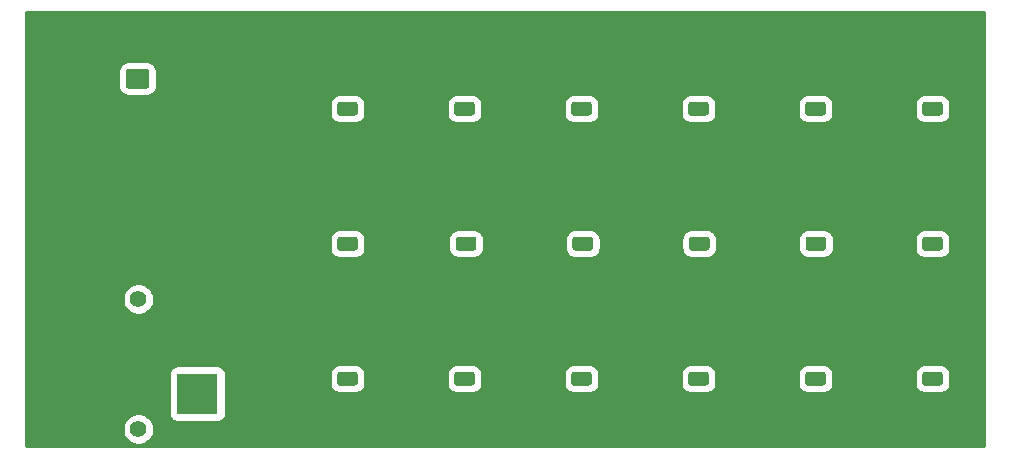
<source format=gbr>
%TF.GenerationSoftware,KiCad,Pcbnew,(5.1.9)-1*%
%TF.CreationDate,2021-10-16T11:47:39+01:00*%
%TF.ProjectId,1S-parallel-board,31532d70-6172-4616-9c6c-656c2d626f61,rev?*%
%TF.SameCoordinates,Original*%
%TF.FileFunction,Copper,L1,Top*%
%TF.FilePolarity,Positive*%
%FSLAX46Y46*%
G04 Gerber Fmt 4.6, Leading zero omitted, Abs format (unit mm)*
G04 Created by KiCad (PCBNEW (5.1.9)-1) date 2021-10-16 11:47:39*
%MOMM*%
%LPD*%
G01*
G04 APERTURE LIST*
%TA.AperFunction,ComponentPad*%
%ADD10O,2.000000X1.700000*%
%TD*%
%TA.AperFunction,ComponentPad*%
%ADD11O,1.750000X1.200000*%
%TD*%
%TA.AperFunction,ComponentPad*%
%ADD12C,3.500000*%
%TD*%
%TA.AperFunction,ComponentPad*%
%ADD13R,3.500000X3.500000*%
%TD*%
%TA.AperFunction,ComponentPad*%
%ADD14C,1.400000*%
%TD*%
%TA.AperFunction,Conductor*%
%ADD15C,0.254000*%
%TD*%
%TA.AperFunction,Conductor*%
%ADD16C,0.100000*%
%TD*%
G04 APERTURE END LIST*
D10*
%TO.P,J20,2*%
%TO.N,VCC*%
X86360000Y-102830000D03*
%TO.P,J20,1*%
%TO.N,GND*%
%TA.AperFunction,ComponentPad*%
G36*
G01*
X85610000Y-99480000D02*
X87110000Y-99480000D01*
G75*
G02*
X87360000Y-99730000I0J-250000D01*
G01*
X87360000Y-100930000D01*
G75*
G02*
X87110000Y-101180000I-250000J0D01*
G01*
X85610000Y-101180000D01*
G75*
G02*
X85360000Y-100930000I0J250000D01*
G01*
X85360000Y-99730000D01*
G75*
G02*
X85610000Y-99480000I250000J0D01*
G01*
G37*
%TD.AperFunction*%
%TD*%
D11*
%TO.P,J18,2*%
%TO.N,VCC*%
X133858000Y-123730000D03*
%TO.P,J18,1*%
%TO.N,GND*%
%TA.AperFunction,ComponentPad*%
G36*
G01*
X134483001Y-126330000D02*
X133232999Y-126330000D01*
G75*
G02*
X132983000Y-126080001I0J249999D01*
G01*
X132983000Y-125379999D01*
G75*
G02*
X133232999Y-125130000I249999J0D01*
G01*
X134483001Y-125130000D01*
G75*
G02*
X134733000Y-125379999I0J-249999D01*
G01*
X134733000Y-126080001D01*
G75*
G02*
X134483001Y-126330000I-249999J0D01*
G01*
G37*
%TD.AperFunction*%
%TD*%
%TO.P,J17,2*%
%TO.N,VCC*%
X153670000Y-123730000D03*
%TO.P,J17,1*%
%TO.N,GND*%
%TA.AperFunction,ComponentPad*%
G36*
G01*
X154295001Y-126330000D02*
X153044999Y-126330000D01*
G75*
G02*
X152795000Y-126080001I0J249999D01*
G01*
X152795000Y-125379999D01*
G75*
G02*
X153044999Y-125130000I249999J0D01*
G01*
X154295001Y-125130000D01*
G75*
G02*
X154545000Y-125379999I0J-249999D01*
G01*
X154545000Y-126080001D01*
G75*
G02*
X154295001Y-126330000I-249999J0D01*
G01*
G37*
%TD.AperFunction*%
%TD*%
%TO.P,J16,2*%
%TO.N,VCC*%
X143764000Y-123730000D03*
%TO.P,J16,1*%
%TO.N,GND*%
%TA.AperFunction,ComponentPad*%
G36*
G01*
X144389001Y-126330000D02*
X143138999Y-126330000D01*
G75*
G02*
X142889000Y-126080001I0J249999D01*
G01*
X142889000Y-125379999D01*
G75*
G02*
X143138999Y-125130000I249999J0D01*
G01*
X144389001Y-125130000D01*
G75*
G02*
X144639000Y-125379999I0J-249999D01*
G01*
X144639000Y-126080001D01*
G75*
G02*
X144389001Y-126330000I-249999J0D01*
G01*
G37*
%TD.AperFunction*%
%TD*%
%TO.P,J15,2*%
%TO.N,VCC*%
X123952000Y-123730000D03*
%TO.P,J15,1*%
%TO.N,GND*%
%TA.AperFunction,ComponentPad*%
G36*
G01*
X124577001Y-126330000D02*
X123326999Y-126330000D01*
G75*
G02*
X123077000Y-126080001I0J249999D01*
G01*
X123077000Y-125379999D01*
G75*
G02*
X123326999Y-125130000I249999J0D01*
G01*
X124577001Y-125130000D01*
G75*
G02*
X124827000Y-125379999I0J-249999D01*
G01*
X124827000Y-126080001D01*
G75*
G02*
X124577001Y-126330000I-249999J0D01*
G01*
G37*
%TD.AperFunction*%
%TD*%
%TO.P,J14,2*%
%TO.N,VCC*%
X114046000Y-123730000D03*
%TO.P,J14,1*%
%TO.N,GND*%
%TA.AperFunction,ComponentPad*%
G36*
G01*
X114671001Y-126330000D02*
X113420999Y-126330000D01*
G75*
G02*
X113171000Y-126080001I0J249999D01*
G01*
X113171000Y-125379999D01*
G75*
G02*
X113420999Y-125130000I249999J0D01*
G01*
X114671001Y-125130000D01*
G75*
G02*
X114921000Y-125379999I0J-249999D01*
G01*
X114921000Y-126080001D01*
G75*
G02*
X114671001Y-126330000I-249999J0D01*
G01*
G37*
%TD.AperFunction*%
%TD*%
%TO.P,J13,2*%
%TO.N,VCC*%
X104140000Y-123730000D03*
%TO.P,J13,1*%
%TO.N,GND*%
%TA.AperFunction,ComponentPad*%
G36*
G01*
X104765001Y-126330000D02*
X103514999Y-126330000D01*
G75*
G02*
X103265000Y-126080001I0J249999D01*
G01*
X103265000Y-125379999D01*
G75*
G02*
X103514999Y-125130000I249999J0D01*
G01*
X104765001Y-125130000D01*
G75*
G02*
X105015000Y-125379999I0J-249999D01*
G01*
X105015000Y-126080001D01*
G75*
G02*
X104765001Y-126330000I-249999J0D01*
G01*
G37*
%TD.AperFunction*%
%TD*%
%TO.P,J12,2*%
%TO.N,VCC*%
X153670000Y-112300000D03*
%TO.P,J12,1*%
%TO.N,GND*%
%TA.AperFunction,ComponentPad*%
G36*
G01*
X154295001Y-114900000D02*
X153044999Y-114900000D01*
G75*
G02*
X152795000Y-114650001I0J249999D01*
G01*
X152795000Y-113949999D01*
G75*
G02*
X153044999Y-113700000I249999J0D01*
G01*
X154295001Y-113700000D01*
G75*
G02*
X154545000Y-113949999I0J-249999D01*
G01*
X154545000Y-114650001D01*
G75*
G02*
X154295001Y-114900000I-249999J0D01*
G01*
G37*
%TD.AperFunction*%
%TD*%
%TO.P,J11,2*%
%TO.N,VCC*%
X143798000Y-112300000D03*
%TO.P,J11,1*%
%TO.N,GND*%
%TA.AperFunction,ComponentPad*%
G36*
G01*
X144423001Y-114900000D02*
X143172999Y-114900000D01*
G75*
G02*
X142923000Y-114650001I0J249999D01*
G01*
X142923000Y-113949999D01*
G75*
G02*
X143172999Y-113700000I249999J0D01*
G01*
X144423001Y-113700000D01*
G75*
G02*
X144673000Y-113949999I0J-249999D01*
G01*
X144673000Y-114650001D01*
G75*
G02*
X144423001Y-114900000I-249999J0D01*
G01*
G37*
%TD.AperFunction*%
%TD*%
%TO.P,J10,2*%
%TO.N,VCC*%
X133926000Y-112300000D03*
%TO.P,J10,1*%
%TO.N,GND*%
%TA.AperFunction,ComponentPad*%
G36*
G01*
X134551001Y-114900000D02*
X133300999Y-114900000D01*
G75*
G02*
X133051000Y-114650001I0J249999D01*
G01*
X133051000Y-113949999D01*
G75*
G02*
X133300999Y-113700000I249999J0D01*
G01*
X134551001Y-113700000D01*
G75*
G02*
X134801000Y-113949999I0J-249999D01*
G01*
X134801000Y-114650001D01*
G75*
G02*
X134551001Y-114900000I-249999J0D01*
G01*
G37*
%TD.AperFunction*%
%TD*%
%TO.P,J9,2*%
%TO.N,VCC*%
X124054000Y-112300000D03*
%TO.P,J9,1*%
%TO.N,GND*%
%TA.AperFunction,ComponentPad*%
G36*
G01*
X124679001Y-114900000D02*
X123428999Y-114900000D01*
G75*
G02*
X123179000Y-114650001I0J249999D01*
G01*
X123179000Y-113949999D01*
G75*
G02*
X123428999Y-113700000I249999J0D01*
G01*
X124679001Y-113700000D01*
G75*
G02*
X124929000Y-113949999I0J-249999D01*
G01*
X124929000Y-114650001D01*
G75*
G02*
X124679001Y-114900000I-249999J0D01*
G01*
G37*
%TD.AperFunction*%
%TD*%
%TO.P,J8,2*%
%TO.N,VCC*%
X114182000Y-112300000D03*
%TO.P,J8,1*%
%TO.N,GND*%
%TA.AperFunction,ComponentPad*%
G36*
G01*
X114807001Y-114900000D02*
X113556999Y-114900000D01*
G75*
G02*
X113307000Y-114650001I0J249999D01*
G01*
X113307000Y-113949999D01*
G75*
G02*
X113556999Y-113700000I249999J0D01*
G01*
X114807001Y-113700000D01*
G75*
G02*
X115057000Y-113949999I0J-249999D01*
G01*
X115057000Y-114650001D01*
G75*
G02*
X114807001Y-114900000I-249999J0D01*
G01*
G37*
%TD.AperFunction*%
%TD*%
%TO.P,J7,2*%
%TO.N,VCC*%
X104140000Y-112300000D03*
%TO.P,J7,1*%
%TO.N,GND*%
%TA.AperFunction,ComponentPad*%
G36*
G01*
X104765001Y-114900000D02*
X103514999Y-114900000D01*
G75*
G02*
X103265000Y-114650001I0J249999D01*
G01*
X103265000Y-113949999D01*
G75*
G02*
X103514999Y-113700000I249999J0D01*
G01*
X104765001Y-113700000D01*
G75*
G02*
X105015000Y-113949999I0J-249999D01*
G01*
X105015000Y-114650001D01*
G75*
G02*
X104765001Y-114900000I-249999J0D01*
G01*
G37*
%TD.AperFunction*%
%TD*%
%TO.P,J6,2*%
%TO.N,VCC*%
X153670000Y-100870000D03*
%TO.P,J6,1*%
%TO.N,GND*%
%TA.AperFunction,ComponentPad*%
G36*
G01*
X154295001Y-103470000D02*
X153044999Y-103470000D01*
G75*
G02*
X152795000Y-103220001I0J249999D01*
G01*
X152795000Y-102519999D01*
G75*
G02*
X153044999Y-102270000I249999J0D01*
G01*
X154295001Y-102270000D01*
G75*
G02*
X154545000Y-102519999I0J-249999D01*
G01*
X154545000Y-103220001D01*
G75*
G02*
X154295001Y-103470000I-249999J0D01*
G01*
G37*
%TD.AperFunction*%
%TD*%
%TO.P,J5,2*%
%TO.N,VCC*%
X143764000Y-100870000D03*
%TO.P,J5,1*%
%TO.N,GND*%
%TA.AperFunction,ComponentPad*%
G36*
G01*
X144389001Y-103470000D02*
X143138999Y-103470000D01*
G75*
G02*
X142889000Y-103220001I0J249999D01*
G01*
X142889000Y-102519999D01*
G75*
G02*
X143138999Y-102270000I249999J0D01*
G01*
X144389001Y-102270000D01*
G75*
G02*
X144639000Y-102519999I0J-249999D01*
G01*
X144639000Y-103220001D01*
G75*
G02*
X144389001Y-103470000I-249999J0D01*
G01*
G37*
%TD.AperFunction*%
%TD*%
%TO.P,J4,2*%
%TO.N,VCC*%
X133858000Y-100870000D03*
%TO.P,J4,1*%
%TO.N,GND*%
%TA.AperFunction,ComponentPad*%
G36*
G01*
X134483001Y-103470000D02*
X133232999Y-103470000D01*
G75*
G02*
X132983000Y-103220001I0J249999D01*
G01*
X132983000Y-102519999D01*
G75*
G02*
X133232999Y-102270000I249999J0D01*
G01*
X134483001Y-102270000D01*
G75*
G02*
X134733000Y-102519999I0J-249999D01*
G01*
X134733000Y-103220001D01*
G75*
G02*
X134483001Y-103470000I-249999J0D01*
G01*
G37*
%TD.AperFunction*%
%TD*%
%TO.P,J3,2*%
%TO.N,VCC*%
X123952000Y-100870000D03*
%TO.P,J3,1*%
%TO.N,GND*%
%TA.AperFunction,ComponentPad*%
G36*
G01*
X124577001Y-103470000D02*
X123326999Y-103470000D01*
G75*
G02*
X123077000Y-103220001I0J249999D01*
G01*
X123077000Y-102519999D01*
G75*
G02*
X123326999Y-102270000I249999J0D01*
G01*
X124577001Y-102270000D01*
G75*
G02*
X124827000Y-102519999I0J-249999D01*
G01*
X124827000Y-103220001D01*
G75*
G02*
X124577001Y-103470000I-249999J0D01*
G01*
G37*
%TD.AperFunction*%
%TD*%
%TO.P,J2,2*%
%TO.N,VCC*%
X114046000Y-100870000D03*
%TO.P,J2,1*%
%TO.N,GND*%
%TA.AperFunction,ComponentPad*%
G36*
G01*
X114671001Y-103470000D02*
X113420999Y-103470000D01*
G75*
G02*
X113171000Y-103220001I0J249999D01*
G01*
X113171000Y-102519999D01*
G75*
G02*
X113420999Y-102270000I249999J0D01*
G01*
X114671001Y-102270000D01*
G75*
G02*
X114921000Y-102519999I0J-249999D01*
G01*
X114921000Y-103220001D01*
G75*
G02*
X114671001Y-103470000I-249999J0D01*
G01*
G37*
%TD.AperFunction*%
%TD*%
%TO.P,J1,2*%
%TO.N,VCC*%
X104140000Y-100870000D03*
%TO.P,J1,1*%
%TO.N,GND*%
%TA.AperFunction,ComponentPad*%
G36*
G01*
X104765001Y-103470000D02*
X103514999Y-103470000D01*
G75*
G02*
X103265000Y-103220001I0J249999D01*
G01*
X103265000Y-102519999D01*
G75*
G02*
X103514999Y-102270000I249999J0D01*
G01*
X104765001Y-102270000D01*
G75*
G02*
X105015000Y-102519999I0J-249999D01*
G01*
X105015000Y-103220001D01*
G75*
G02*
X104765001Y-103470000I-249999J0D01*
G01*
G37*
%TD.AperFunction*%
%TD*%
D12*
%TO.P,J19,2*%
%TO.N,VCC*%
X91440000Y-122000000D03*
D13*
%TO.P,J19,1*%
%TO.N,GND*%
X91440000Y-127000000D03*
D14*
%TO.P,J19,*%
%TO.N,*%
X86440000Y-119000000D03*
X86440000Y-130000000D03*
%TD*%
D15*
%TO.N,VCC*%
X158065001Y-131395000D02*
X76885000Y-131395000D01*
X76885000Y-129868514D01*
X85105000Y-129868514D01*
X85105000Y-130131486D01*
X85156304Y-130389405D01*
X85256939Y-130632359D01*
X85403038Y-130851013D01*
X85588987Y-131036962D01*
X85807641Y-131183061D01*
X86050595Y-131283696D01*
X86308514Y-131335000D01*
X86571486Y-131335000D01*
X86829405Y-131283696D01*
X87072359Y-131183061D01*
X87291013Y-131036962D01*
X87476962Y-130851013D01*
X87623061Y-130632359D01*
X87723696Y-130389405D01*
X87775000Y-130131486D01*
X87775000Y-129868514D01*
X87723696Y-129610595D01*
X87623061Y-129367641D01*
X87476962Y-129148987D01*
X87291013Y-128963038D01*
X87072359Y-128816939D01*
X86829405Y-128716304D01*
X86571486Y-128665000D01*
X86308514Y-128665000D01*
X86050595Y-128716304D01*
X85807641Y-128816939D01*
X85588987Y-128963038D01*
X85403038Y-129148987D01*
X85256939Y-129367641D01*
X85156304Y-129610595D01*
X85105000Y-129868514D01*
X76885000Y-129868514D01*
X76885000Y-125250000D01*
X89051928Y-125250000D01*
X89051928Y-128750000D01*
X89064188Y-128874482D01*
X89100498Y-128994180D01*
X89159463Y-129104494D01*
X89238815Y-129201185D01*
X89335506Y-129280537D01*
X89445820Y-129339502D01*
X89565518Y-129375812D01*
X89690000Y-129388072D01*
X93190000Y-129388072D01*
X93314482Y-129375812D01*
X93434180Y-129339502D01*
X93544494Y-129280537D01*
X93641185Y-129201185D01*
X93720537Y-129104494D01*
X93779502Y-128994180D01*
X93815812Y-128874482D01*
X93828072Y-128750000D01*
X93828072Y-125379999D01*
X102626928Y-125379999D01*
X102626928Y-126080001D01*
X102643992Y-126253255D01*
X102694528Y-126419851D01*
X102776595Y-126573387D01*
X102887038Y-126707962D01*
X103021613Y-126818405D01*
X103175149Y-126900472D01*
X103341745Y-126951008D01*
X103514999Y-126968072D01*
X104765001Y-126968072D01*
X104938255Y-126951008D01*
X105104851Y-126900472D01*
X105258387Y-126818405D01*
X105392962Y-126707962D01*
X105503405Y-126573387D01*
X105585472Y-126419851D01*
X105636008Y-126253255D01*
X105653072Y-126080001D01*
X105653072Y-125379999D01*
X112532928Y-125379999D01*
X112532928Y-126080001D01*
X112549992Y-126253255D01*
X112600528Y-126419851D01*
X112682595Y-126573387D01*
X112793038Y-126707962D01*
X112927613Y-126818405D01*
X113081149Y-126900472D01*
X113247745Y-126951008D01*
X113420999Y-126968072D01*
X114671001Y-126968072D01*
X114844255Y-126951008D01*
X115010851Y-126900472D01*
X115164387Y-126818405D01*
X115298962Y-126707962D01*
X115409405Y-126573387D01*
X115491472Y-126419851D01*
X115542008Y-126253255D01*
X115559072Y-126080001D01*
X115559072Y-125379999D01*
X122438928Y-125379999D01*
X122438928Y-126080001D01*
X122455992Y-126253255D01*
X122506528Y-126419851D01*
X122588595Y-126573387D01*
X122699038Y-126707962D01*
X122833613Y-126818405D01*
X122987149Y-126900472D01*
X123153745Y-126951008D01*
X123326999Y-126968072D01*
X124577001Y-126968072D01*
X124750255Y-126951008D01*
X124916851Y-126900472D01*
X125070387Y-126818405D01*
X125204962Y-126707962D01*
X125315405Y-126573387D01*
X125397472Y-126419851D01*
X125448008Y-126253255D01*
X125465072Y-126080001D01*
X125465072Y-125379999D01*
X132344928Y-125379999D01*
X132344928Y-126080001D01*
X132361992Y-126253255D01*
X132412528Y-126419851D01*
X132494595Y-126573387D01*
X132605038Y-126707962D01*
X132739613Y-126818405D01*
X132893149Y-126900472D01*
X133059745Y-126951008D01*
X133232999Y-126968072D01*
X134483001Y-126968072D01*
X134656255Y-126951008D01*
X134822851Y-126900472D01*
X134976387Y-126818405D01*
X135110962Y-126707962D01*
X135221405Y-126573387D01*
X135303472Y-126419851D01*
X135354008Y-126253255D01*
X135371072Y-126080001D01*
X135371072Y-125379999D01*
X142250928Y-125379999D01*
X142250928Y-126080001D01*
X142267992Y-126253255D01*
X142318528Y-126419851D01*
X142400595Y-126573387D01*
X142511038Y-126707962D01*
X142645613Y-126818405D01*
X142799149Y-126900472D01*
X142965745Y-126951008D01*
X143138999Y-126968072D01*
X144389001Y-126968072D01*
X144562255Y-126951008D01*
X144728851Y-126900472D01*
X144882387Y-126818405D01*
X145016962Y-126707962D01*
X145127405Y-126573387D01*
X145209472Y-126419851D01*
X145260008Y-126253255D01*
X145277072Y-126080001D01*
X145277072Y-125379999D01*
X152156928Y-125379999D01*
X152156928Y-126080001D01*
X152173992Y-126253255D01*
X152224528Y-126419851D01*
X152306595Y-126573387D01*
X152417038Y-126707962D01*
X152551613Y-126818405D01*
X152705149Y-126900472D01*
X152871745Y-126951008D01*
X153044999Y-126968072D01*
X154295001Y-126968072D01*
X154468255Y-126951008D01*
X154634851Y-126900472D01*
X154788387Y-126818405D01*
X154922962Y-126707962D01*
X155033405Y-126573387D01*
X155115472Y-126419851D01*
X155166008Y-126253255D01*
X155183072Y-126080001D01*
X155183072Y-125379999D01*
X155166008Y-125206745D01*
X155115472Y-125040149D01*
X155033405Y-124886613D01*
X154922962Y-124752038D01*
X154788387Y-124641595D01*
X154634851Y-124559528D01*
X154468255Y-124508992D01*
X154295001Y-124491928D01*
X153044999Y-124491928D01*
X152871745Y-124508992D01*
X152705149Y-124559528D01*
X152551613Y-124641595D01*
X152417038Y-124752038D01*
X152306595Y-124886613D01*
X152224528Y-125040149D01*
X152173992Y-125206745D01*
X152156928Y-125379999D01*
X145277072Y-125379999D01*
X145260008Y-125206745D01*
X145209472Y-125040149D01*
X145127405Y-124886613D01*
X145016962Y-124752038D01*
X144882387Y-124641595D01*
X144728851Y-124559528D01*
X144562255Y-124508992D01*
X144389001Y-124491928D01*
X143138999Y-124491928D01*
X142965745Y-124508992D01*
X142799149Y-124559528D01*
X142645613Y-124641595D01*
X142511038Y-124752038D01*
X142400595Y-124886613D01*
X142318528Y-125040149D01*
X142267992Y-125206745D01*
X142250928Y-125379999D01*
X135371072Y-125379999D01*
X135354008Y-125206745D01*
X135303472Y-125040149D01*
X135221405Y-124886613D01*
X135110962Y-124752038D01*
X134976387Y-124641595D01*
X134822851Y-124559528D01*
X134656255Y-124508992D01*
X134483001Y-124491928D01*
X133232999Y-124491928D01*
X133059745Y-124508992D01*
X132893149Y-124559528D01*
X132739613Y-124641595D01*
X132605038Y-124752038D01*
X132494595Y-124886613D01*
X132412528Y-125040149D01*
X132361992Y-125206745D01*
X132344928Y-125379999D01*
X125465072Y-125379999D01*
X125448008Y-125206745D01*
X125397472Y-125040149D01*
X125315405Y-124886613D01*
X125204962Y-124752038D01*
X125070387Y-124641595D01*
X124916851Y-124559528D01*
X124750255Y-124508992D01*
X124577001Y-124491928D01*
X123326999Y-124491928D01*
X123153745Y-124508992D01*
X122987149Y-124559528D01*
X122833613Y-124641595D01*
X122699038Y-124752038D01*
X122588595Y-124886613D01*
X122506528Y-125040149D01*
X122455992Y-125206745D01*
X122438928Y-125379999D01*
X115559072Y-125379999D01*
X115542008Y-125206745D01*
X115491472Y-125040149D01*
X115409405Y-124886613D01*
X115298962Y-124752038D01*
X115164387Y-124641595D01*
X115010851Y-124559528D01*
X114844255Y-124508992D01*
X114671001Y-124491928D01*
X113420999Y-124491928D01*
X113247745Y-124508992D01*
X113081149Y-124559528D01*
X112927613Y-124641595D01*
X112793038Y-124752038D01*
X112682595Y-124886613D01*
X112600528Y-125040149D01*
X112549992Y-125206745D01*
X112532928Y-125379999D01*
X105653072Y-125379999D01*
X105636008Y-125206745D01*
X105585472Y-125040149D01*
X105503405Y-124886613D01*
X105392962Y-124752038D01*
X105258387Y-124641595D01*
X105104851Y-124559528D01*
X104938255Y-124508992D01*
X104765001Y-124491928D01*
X103514999Y-124491928D01*
X103341745Y-124508992D01*
X103175149Y-124559528D01*
X103021613Y-124641595D01*
X102887038Y-124752038D01*
X102776595Y-124886613D01*
X102694528Y-125040149D01*
X102643992Y-125206745D01*
X102626928Y-125379999D01*
X93828072Y-125379999D01*
X93828072Y-125250000D01*
X93815812Y-125125518D01*
X93779502Y-125005820D01*
X93720537Y-124895506D01*
X93641185Y-124798815D01*
X93544494Y-124719463D01*
X93434180Y-124660498D01*
X93314482Y-124624188D01*
X93190000Y-124611928D01*
X89690000Y-124611928D01*
X89565518Y-124624188D01*
X89445820Y-124660498D01*
X89335506Y-124719463D01*
X89238815Y-124798815D01*
X89159463Y-124895506D01*
X89100498Y-125005820D01*
X89064188Y-125125518D01*
X89051928Y-125250000D01*
X76885000Y-125250000D01*
X76885000Y-118868514D01*
X85105000Y-118868514D01*
X85105000Y-119131486D01*
X85156304Y-119389405D01*
X85256939Y-119632359D01*
X85403038Y-119851013D01*
X85588987Y-120036962D01*
X85807641Y-120183061D01*
X86050595Y-120283696D01*
X86308514Y-120335000D01*
X86571486Y-120335000D01*
X86829405Y-120283696D01*
X87072359Y-120183061D01*
X87291013Y-120036962D01*
X87476962Y-119851013D01*
X87623061Y-119632359D01*
X87723696Y-119389405D01*
X87775000Y-119131486D01*
X87775000Y-118868514D01*
X87723696Y-118610595D01*
X87623061Y-118367641D01*
X87476962Y-118148987D01*
X87291013Y-117963038D01*
X87072359Y-117816939D01*
X86829405Y-117716304D01*
X86571486Y-117665000D01*
X86308514Y-117665000D01*
X86050595Y-117716304D01*
X85807641Y-117816939D01*
X85588987Y-117963038D01*
X85403038Y-118148987D01*
X85256939Y-118367641D01*
X85156304Y-118610595D01*
X85105000Y-118868514D01*
X76885000Y-118868514D01*
X76885000Y-113949999D01*
X102626928Y-113949999D01*
X102626928Y-114650001D01*
X102643992Y-114823255D01*
X102694528Y-114989851D01*
X102776595Y-115143387D01*
X102887038Y-115277962D01*
X103021613Y-115388405D01*
X103175149Y-115470472D01*
X103341745Y-115521008D01*
X103514999Y-115538072D01*
X104765001Y-115538072D01*
X104938255Y-115521008D01*
X105104851Y-115470472D01*
X105258387Y-115388405D01*
X105392962Y-115277962D01*
X105503405Y-115143387D01*
X105585472Y-114989851D01*
X105636008Y-114823255D01*
X105653072Y-114650001D01*
X105653072Y-113949999D01*
X112668928Y-113949999D01*
X112668928Y-114650001D01*
X112685992Y-114823255D01*
X112736528Y-114989851D01*
X112818595Y-115143387D01*
X112929038Y-115277962D01*
X113063613Y-115388405D01*
X113217149Y-115470472D01*
X113383745Y-115521008D01*
X113556999Y-115538072D01*
X114807001Y-115538072D01*
X114980255Y-115521008D01*
X115146851Y-115470472D01*
X115300387Y-115388405D01*
X115434962Y-115277962D01*
X115545405Y-115143387D01*
X115627472Y-114989851D01*
X115678008Y-114823255D01*
X115695072Y-114650001D01*
X115695072Y-113949999D01*
X122540928Y-113949999D01*
X122540928Y-114650001D01*
X122557992Y-114823255D01*
X122608528Y-114989851D01*
X122690595Y-115143387D01*
X122801038Y-115277962D01*
X122935613Y-115388405D01*
X123089149Y-115470472D01*
X123255745Y-115521008D01*
X123428999Y-115538072D01*
X124679001Y-115538072D01*
X124852255Y-115521008D01*
X125018851Y-115470472D01*
X125172387Y-115388405D01*
X125306962Y-115277962D01*
X125417405Y-115143387D01*
X125499472Y-114989851D01*
X125550008Y-114823255D01*
X125567072Y-114650001D01*
X125567072Y-113949999D01*
X132412928Y-113949999D01*
X132412928Y-114650001D01*
X132429992Y-114823255D01*
X132480528Y-114989851D01*
X132562595Y-115143387D01*
X132673038Y-115277962D01*
X132807613Y-115388405D01*
X132961149Y-115470472D01*
X133127745Y-115521008D01*
X133300999Y-115538072D01*
X134551001Y-115538072D01*
X134724255Y-115521008D01*
X134890851Y-115470472D01*
X135044387Y-115388405D01*
X135178962Y-115277962D01*
X135289405Y-115143387D01*
X135371472Y-114989851D01*
X135422008Y-114823255D01*
X135439072Y-114650001D01*
X135439072Y-113949999D01*
X142284928Y-113949999D01*
X142284928Y-114650001D01*
X142301992Y-114823255D01*
X142352528Y-114989851D01*
X142434595Y-115143387D01*
X142545038Y-115277962D01*
X142679613Y-115388405D01*
X142833149Y-115470472D01*
X142999745Y-115521008D01*
X143172999Y-115538072D01*
X144423001Y-115538072D01*
X144596255Y-115521008D01*
X144762851Y-115470472D01*
X144916387Y-115388405D01*
X145050962Y-115277962D01*
X145161405Y-115143387D01*
X145243472Y-114989851D01*
X145294008Y-114823255D01*
X145311072Y-114650001D01*
X145311072Y-113949999D01*
X152156928Y-113949999D01*
X152156928Y-114650001D01*
X152173992Y-114823255D01*
X152224528Y-114989851D01*
X152306595Y-115143387D01*
X152417038Y-115277962D01*
X152551613Y-115388405D01*
X152705149Y-115470472D01*
X152871745Y-115521008D01*
X153044999Y-115538072D01*
X154295001Y-115538072D01*
X154468255Y-115521008D01*
X154634851Y-115470472D01*
X154788387Y-115388405D01*
X154922962Y-115277962D01*
X155033405Y-115143387D01*
X155115472Y-114989851D01*
X155166008Y-114823255D01*
X155183072Y-114650001D01*
X155183072Y-113949999D01*
X155166008Y-113776745D01*
X155115472Y-113610149D01*
X155033405Y-113456613D01*
X154922962Y-113322038D01*
X154788387Y-113211595D01*
X154634851Y-113129528D01*
X154468255Y-113078992D01*
X154295001Y-113061928D01*
X153044999Y-113061928D01*
X152871745Y-113078992D01*
X152705149Y-113129528D01*
X152551613Y-113211595D01*
X152417038Y-113322038D01*
X152306595Y-113456613D01*
X152224528Y-113610149D01*
X152173992Y-113776745D01*
X152156928Y-113949999D01*
X145311072Y-113949999D01*
X145294008Y-113776745D01*
X145243472Y-113610149D01*
X145161405Y-113456613D01*
X145050962Y-113322038D01*
X144916387Y-113211595D01*
X144762851Y-113129528D01*
X144596255Y-113078992D01*
X144423001Y-113061928D01*
X143172999Y-113061928D01*
X142999745Y-113078992D01*
X142833149Y-113129528D01*
X142679613Y-113211595D01*
X142545038Y-113322038D01*
X142434595Y-113456613D01*
X142352528Y-113610149D01*
X142301992Y-113776745D01*
X142284928Y-113949999D01*
X135439072Y-113949999D01*
X135422008Y-113776745D01*
X135371472Y-113610149D01*
X135289405Y-113456613D01*
X135178962Y-113322038D01*
X135044387Y-113211595D01*
X134890851Y-113129528D01*
X134724255Y-113078992D01*
X134551001Y-113061928D01*
X133300999Y-113061928D01*
X133127745Y-113078992D01*
X132961149Y-113129528D01*
X132807613Y-113211595D01*
X132673038Y-113322038D01*
X132562595Y-113456613D01*
X132480528Y-113610149D01*
X132429992Y-113776745D01*
X132412928Y-113949999D01*
X125567072Y-113949999D01*
X125550008Y-113776745D01*
X125499472Y-113610149D01*
X125417405Y-113456613D01*
X125306962Y-113322038D01*
X125172387Y-113211595D01*
X125018851Y-113129528D01*
X124852255Y-113078992D01*
X124679001Y-113061928D01*
X123428999Y-113061928D01*
X123255745Y-113078992D01*
X123089149Y-113129528D01*
X122935613Y-113211595D01*
X122801038Y-113322038D01*
X122690595Y-113456613D01*
X122608528Y-113610149D01*
X122557992Y-113776745D01*
X122540928Y-113949999D01*
X115695072Y-113949999D01*
X115678008Y-113776745D01*
X115627472Y-113610149D01*
X115545405Y-113456613D01*
X115434962Y-113322038D01*
X115300387Y-113211595D01*
X115146851Y-113129528D01*
X114980255Y-113078992D01*
X114807001Y-113061928D01*
X113556999Y-113061928D01*
X113383745Y-113078992D01*
X113217149Y-113129528D01*
X113063613Y-113211595D01*
X112929038Y-113322038D01*
X112818595Y-113456613D01*
X112736528Y-113610149D01*
X112685992Y-113776745D01*
X112668928Y-113949999D01*
X105653072Y-113949999D01*
X105636008Y-113776745D01*
X105585472Y-113610149D01*
X105503405Y-113456613D01*
X105392962Y-113322038D01*
X105258387Y-113211595D01*
X105104851Y-113129528D01*
X104938255Y-113078992D01*
X104765001Y-113061928D01*
X103514999Y-113061928D01*
X103341745Y-113078992D01*
X103175149Y-113129528D01*
X103021613Y-113211595D01*
X102887038Y-113322038D01*
X102776595Y-113456613D01*
X102694528Y-113610149D01*
X102643992Y-113776745D01*
X102626928Y-113949999D01*
X76885000Y-113949999D01*
X76885000Y-102519999D01*
X102626928Y-102519999D01*
X102626928Y-103220001D01*
X102643992Y-103393255D01*
X102694528Y-103559851D01*
X102776595Y-103713387D01*
X102887038Y-103847962D01*
X103021613Y-103958405D01*
X103175149Y-104040472D01*
X103341745Y-104091008D01*
X103514999Y-104108072D01*
X104765001Y-104108072D01*
X104938255Y-104091008D01*
X105104851Y-104040472D01*
X105258387Y-103958405D01*
X105392962Y-103847962D01*
X105503405Y-103713387D01*
X105585472Y-103559851D01*
X105636008Y-103393255D01*
X105653072Y-103220001D01*
X105653072Y-102519999D01*
X112532928Y-102519999D01*
X112532928Y-103220001D01*
X112549992Y-103393255D01*
X112600528Y-103559851D01*
X112682595Y-103713387D01*
X112793038Y-103847962D01*
X112927613Y-103958405D01*
X113081149Y-104040472D01*
X113247745Y-104091008D01*
X113420999Y-104108072D01*
X114671001Y-104108072D01*
X114844255Y-104091008D01*
X115010851Y-104040472D01*
X115164387Y-103958405D01*
X115298962Y-103847962D01*
X115409405Y-103713387D01*
X115491472Y-103559851D01*
X115542008Y-103393255D01*
X115559072Y-103220001D01*
X115559072Y-102519999D01*
X122438928Y-102519999D01*
X122438928Y-103220001D01*
X122455992Y-103393255D01*
X122506528Y-103559851D01*
X122588595Y-103713387D01*
X122699038Y-103847962D01*
X122833613Y-103958405D01*
X122987149Y-104040472D01*
X123153745Y-104091008D01*
X123326999Y-104108072D01*
X124577001Y-104108072D01*
X124750255Y-104091008D01*
X124916851Y-104040472D01*
X125070387Y-103958405D01*
X125204962Y-103847962D01*
X125315405Y-103713387D01*
X125397472Y-103559851D01*
X125448008Y-103393255D01*
X125465072Y-103220001D01*
X125465072Y-102519999D01*
X132344928Y-102519999D01*
X132344928Y-103220001D01*
X132361992Y-103393255D01*
X132412528Y-103559851D01*
X132494595Y-103713387D01*
X132605038Y-103847962D01*
X132739613Y-103958405D01*
X132893149Y-104040472D01*
X133059745Y-104091008D01*
X133232999Y-104108072D01*
X134483001Y-104108072D01*
X134656255Y-104091008D01*
X134822851Y-104040472D01*
X134976387Y-103958405D01*
X135110962Y-103847962D01*
X135221405Y-103713387D01*
X135303472Y-103559851D01*
X135354008Y-103393255D01*
X135371072Y-103220001D01*
X135371072Y-102519999D01*
X142250928Y-102519999D01*
X142250928Y-103220001D01*
X142267992Y-103393255D01*
X142318528Y-103559851D01*
X142400595Y-103713387D01*
X142511038Y-103847962D01*
X142645613Y-103958405D01*
X142799149Y-104040472D01*
X142965745Y-104091008D01*
X143138999Y-104108072D01*
X144389001Y-104108072D01*
X144562255Y-104091008D01*
X144728851Y-104040472D01*
X144882387Y-103958405D01*
X145016962Y-103847962D01*
X145127405Y-103713387D01*
X145209472Y-103559851D01*
X145260008Y-103393255D01*
X145277072Y-103220001D01*
X145277072Y-102519999D01*
X152156928Y-102519999D01*
X152156928Y-103220001D01*
X152173992Y-103393255D01*
X152224528Y-103559851D01*
X152306595Y-103713387D01*
X152417038Y-103847962D01*
X152551613Y-103958405D01*
X152705149Y-104040472D01*
X152871745Y-104091008D01*
X153044999Y-104108072D01*
X154295001Y-104108072D01*
X154468255Y-104091008D01*
X154634851Y-104040472D01*
X154788387Y-103958405D01*
X154922962Y-103847962D01*
X155033405Y-103713387D01*
X155115472Y-103559851D01*
X155166008Y-103393255D01*
X155183072Y-103220001D01*
X155183072Y-102519999D01*
X155166008Y-102346745D01*
X155115472Y-102180149D01*
X155033405Y-102026613D01*
X154922962Y-101892038D01*
X154788387Y-101781595D01*
X154634851Y-101699528D01*
X154468255Y-101648992D01*
X154295001Y-101631928D01*
X153044999Y-101631928D01*
X152871745Y-101648992D01*
X152705149Y-101699528D01*
X152551613Y-101781595D01*
X152417038Y-101892038D01*
X152306595Y-102026613D01*
X152224528Y-102180149D01*
X152173992Y-102346745D01*
X152156928Y-102519999D01*
X145277072Y-102519999D01*
X145260008Y-102346745D01*
X145209472Y-102180149D01*
X145127405Y-102026613D01*
X145016962Y-101892038D01*
X144882387Y-101781595D01*
X144728851Y-101699528D01*
X144562255Y-101648992D01*
X144389001Y-101631928D01*
X143138999Y-101631928D01*
X142965745Y-101648992D01*
X142799149Y-101699528D01*
X142645613Y-101781595D01*
X142511038Y-101892038D01*
X142400595Y-102026613D01*
X142318528Y-102180149D01*
X142267992Y-102346745D01*
X142250928Y-102519999D01*
X135371072Y-102519999D01*
X135354008Y-102346745D01*
X135303472Y-102180149D01*
X135221405Y-102026613D01*
X135110962Y-101892038D01*
X134976387Y-101781595D01*
X134822851Y-101699528D01*
X134656255Y-101648992D01*
X134483001Y-101631928D01*
X133232999Y-101631928D01*
X133059745Y-101648992D01*
X132893149Y-101699528D01*
X132739613Y-101781595D01*
X132605038Y-101892038D01*
X132494595Y-102026613D01*
X132412528Y-102180149D01*
X132361992Y-102346745D01*
X132344928Y-102519999D01*
X125465072Y-102519999D01*
X125448008Y-102346745D01*
X125397472Y-102180149D01*
X125315405Y-102026613D01*
X125204962Y-101892038D01*
X125070387Y-101781595D01*
X124916851Y-101699528D01*
X124750255Y-101648992D01*
X124577001Y-101631928D01*
X123326999Y-101631928D01*
X123153745Y-101648992D01*
X122987149Y-101699528D01*
X122833613Y-101781595D01*
X122699038Y-101892038D01*
X122588595Y-102026613D01*
X122506528Y-102180149D01*
X122455992Y-102346745D01*
X122438928Y-102519999D01*
X115559072Y-102519999D01*
X115542008Y-102346745D01*
X115491472Y-102180149D01*
X115409405Y-102026613D01*
X115298962Y-101892038D01*
X115164387Y-101781595D01*
X115010851Y-101699528D01*
X114844255Y-101648992D01*
X114671001Y-101631928D01*
X113420999Y-101631928D01*
X113247745Y-101648992D01*
X113081149Y-101699528D01*
X112927613Y-101781595D01*
X112793038Y-101892038D01*
X112682595Y-102026613D01*
X112600528Y-102180149D01*
X112549992Y-102346745D01*
X112532928Y-102519999D01*
X105653072Y-102519999D01*
X105636008Y-102346745D01*
X105585472Y-102180149D01*
X105503405Y-102026613D01*
X105392962Y-101892038D01*
X105258387Y-101781595D01*
X105104851Y-101699528D01*
X104938255Y-101648992D01*
X104765001Y-101631928D01*
X103514999Y-101631928D01*
X103341745Y-101648992D01*
X103175149Y-101699528D01*
X103021613Y-101781595D01*
X102887038Y-101892038D01*
X102776595Y-102026613D01*
X102694528Y-102180149D01*
X102643992Y-102346745D01*
X102626928Y-102519999D01*
X76885000Y-102519999D01*
X76885000Y-99730000D01*
X84721928Y-99730000D01*
X84721928Y-100930000D01*
X84738992Y-101103254D01*
X84789528Y-101269850D01*
X84871595Y-101423386D01*
X84982038Y-101557962D01*
X85116614Y-101668405D01*
X85270150Y-101750472D01*
X85436746Y-101801008D01*
X85610000Y-101818072D01*
X87110000Y-101818072D01*
X87283254Y-101801008D01*
X87449850Y-101750472D01*
X87603386Y-101668405D01*
X87737962Y-101557962D01*
X87848405Y-101423386D01*
X87930472Y-101269850D01*
X87981008Y-101103254D01*
X87998072Y-100930000D01*
X87998072Y-99730000D01*
X87981008Y-99556746D01*
X87930472Y-99390150D01*
X87848405Y-99236614D01*
X87737962Y-99102038D01*
X87603386Y-98991595D01*
X87449850Y-98909528D01*
X87283254Y-98858992D01*
X87110000Y-98841928D01*
X85610000Y-98841928D01*
X85436746Y-98858992D01*
X85270150Y-98909528D01*
X85116614Y-98991595D01*
X84982038Y-99102038D01*
X84871595Y-99236614D01*
X84789528Y-99390150D01*
X84738992Y-99556746D01*
X84721928Y-99730000D01*
X76885000Y-99730000D01*
X76885000Y-94665000D01*
X158065000Y-94665000D01*
X158065001Y-131395000D01*
%TA.AperFunction,Conductor*%
D16*
G36*
X158065001Y-131395000D02*
G01*
X76885000Y-131395000D01*
X76885000Y-129868514D01*
X85105000Y-129868514D01*
X85105000Y-130131486D01*
X85156304Y-130389405D01*
X85256939Y-130632359D01*
X85403038Y-130851013D01*
X85588987Y-131036962D01*
X85807641Y-131183061D01*
X86050595Y-131283696D01*
X86308514Y-131335000D01*
X86571486Y-131335000D01*
X86829405Y-131283696D01*
X87072359Y-131183061D01*
X87291013Y-131036962D01*
X87476962Y-130851013D01*
X87623061Y-130632359D01*
X87723696Y-130389405D01*
X87775000Y-130131486D01*
X87775000Y-129868514D01*
X87723696Y-129610595D01*
X87623061Y-129367641D01*
X87476962Y-129148987D01*
X87291013Y-128963038D01*
X87072359Y-128816939D01*
X86829405Y-128716304D01*
X86571486Y-128665000D01*
X86308514Y-128665000D01*
X86050595Y-128716304D01*
X85807641Y-128816939D01*
X85588987Y-128963038D01*
X85403038Y-129148987D01*
X85256939Y-129367641D01*
X85156304Y-129610595D01*
X85105000Y-129868514D01*
X76885000Y-129868514D01*
X76885000Y-125250000D01*
X89051928Y-125250000D01*
X89051928Y-128750000D01*
X89064188Y-128874482D01*
X89100498Y-128994180D01*
X89159463Y-129104494D01*
X89238815Y-129201185D01*
X89335506Y-129280537D01*
X89445820Y-129339502D01*
X89565518Y-129375812D01*
X89690000Y-129388072D01*
X93190000Y-129388072D01*
X93314482Y-129375812D01*
X93434180Y-129339502D01*
X93544494Y-129280537D01*
X93641185Y-129201185D01*
X93720537Y-129104494D01*
X93779502Y-128994180D01*
X93815812Y-128874482D01*
X93828072Y-128750000D01*
X93828072Y-125379999D01*
X102626928Y-125379999D01*
X102626928Y-126080001D01*
X102643992Y-126253255D01*
X102694528Y-126419851D01*
X102776595Y-126573387D01*
X102887038Y-126707962D01*
X103021613Y-126818405D01*
X103175149Y-126900472D01*
X103341745Y-126951008D01*
X103514999Y-126968072D01*
X104765001Y-126968072D01*
X104938255Y-126951008D01*
X105104851Y-126900472D01*
X105258387Y-126818405D01*
X105392962Y-126707962D01*
X105503405Y-126573387D01*
X105585472Y-126419851D01*
X105636008Y-126253255D01*
X105653072Y-126080001D01*
X105653072Y-125379999D01*
X112532928Y-125379999D01*
X112532928Y-126080001D01*
X112549992Y-126253255D01*
X112600528Y-126419851D01*
X112682595Y-126573387D01*
X112793038Y-126707962D01*
X112927613Y-126818405D01*
X113081149Y-126900472D01*
X113247745Y-126951008D01*
X113420999Y-126968072D01*
X114671001Y-126968072D01*
X114844255Y-126951008D01*
X115010851Y-126900472D01*
X115164387Y-126818405D01*
X115298962Y-126707962D01*
X115409405Y-126573387D01*
X115491472Y-126419851D01*
X115542008Y-126253255D01*
X115559072Y-126080001D01*
X115559072Y-125379999D01*
X122438928Y-125379999D01*
X122438928Y-126080001D01*
X122455992Y-126253255D01*
X122506528Y-126419851D01*
X122588595Y-126573387D01*
X122699038Y-126707962D01*
X122833613Y-126818405D01*
X122987149Y-126900472D01*
X123153745Y-126951008D01*
X123326999Y-126968072D01*
X124577001Y-126968072D01*
X124750255Y-126951008D01*
X124916851Y-126900472D01*
X125070387Y-126818405D01*
X125204962Y-126707962D01*
X125315405Y-126573387D01*
X125397472Y-126419851D01*
X125448008Y-126253255D01*
X125465072Y-126080001D01*
X125465072Y-125379999D01*
X132344928Y-125379999D01*
X132344928Y-126080001D01*
X132361992Y-126253255D01*
X132412528Y-126419851D01*
X132494595Y-126573387D01*
X132605038Y-126707962D01*
X132739613Y-126818405D01*
X132893149Y-126900472D01*
X133059745Y-126951008D01*
X133232999Y-126968072D01*
X134483001Y-126968072D01*
X134656255Y-126951008D01*
X134822851Y-126900472D01*
X134976387Y-126818405D01*
X135110962Y-126707962D01*
X135221405Y-126573387D01*
X135303472Y-126419851D01*
X135354008Y-126253255D01*
X135371072Y-126080001D01*
X135371072Y-125379999D01*
X142250928Y-125379999D01*
X142250928Y-126080001D01*
X142267992Y-126253255D01*
X142318528Y-126419851D01*
X142400595Y-126573387D01*
X142511038Y-126707962D01*
X142645613Y-126818405D01*
X142799149Y-126900472D01*
X142965745Y-126951008D01*
X143138999Y-126968072D01*
X144389001Y-126968072D01*
X144562255Y-126951008D01*
X144728851Y-126900472D01*
X144882387Y-126818405D01*
X145016962Y-126707962D01*
X145127405Y-126573387D01*
X145209472Y-126419851D01*
X145260008Y-126253255D01*
X145277072Y-126080001D01*
X145277072Y-125379999D01*
X152156928Y-125379999D01*
X152156928Y-126080001D01*
X152173992Y-126253255D01*
X152224528Y-126419851D01*
X152306595Y-126573387D01*
X152417038Y-126707962D01*
X152551613Y-126818405D01*
X152705149Y-126900472D01*
X152871745Y-126951008D01*
X153044999Y-126968072D01*
X154295001Y-126968072D01*
X154468255Y-126951008D01*
X154634851Y-126900472D01*
X154788387Y-126818405D01*
X154922962Y-126707962D01*
X155033405Y-126573387D01*
X155115472Y-126419851D01*
X155166008Y-126253255D01*
X155183072Y-126080001D01*
X155183072Y-125379999D01*
X155166008Y-125206745D01*
X155115472Y-125040149D01*
X155033405Y-124886613D01*
X154922962Y-124752038D01*
X154788387Y-124641595D01*
X154634851Y-124559528D01*
X154468255Y-124508992D01*
X154295001Y-124491928D01*
X153044999Y-124491928D01*
X152871745Y-124508992D01*
X152705149Y-124559528D01*
X152551613Y-124641595D01*
X152417038Y-124752038D01*
X152306595Y-124886613D01*
X152224528Y-125040149D01*
X152173992Y-125206745D01*
X152156928Y-125379999D01*
X145277072Y-125379999D01*
X145260008Y-125206745D01*
X145209472Y-125040149D01*
X145127405Y-124886613D01*
X145016962Y-124752038D01*
X144882387Y-124641595D01*
X144728851Y-124559528D01*
X144562255Y-124508992D01*
X144389001Y-124491928D01*
X143138999Y-124491928D01*
X142965745Y-124508992D01*
X142799149Y-124559528D01*
X142645613Y-124641595D01*
X142511038Y-124752038D01*
X142400595Y-124886613D01*
X142318528Y-125040149D01*
X142267992Y-125206745D01*
X142250928Y-125379999D01*
X135371072Y-125379999D01*
X135354008Y-125206745D01*
X135303472Y-125040149D01*
X135221405Y-124886613D01*
X135110962Y-124752038D01*
X134976387Y-124641595D01*
X134822851Y-124559528D01*
X134656255Y-124508992D01*
X134483001Y-124491928D01*
X133232999Y-124491928D01*
X133059745Y-124508992D01*
X132893149Y-124559528D01*
X132739613Y-124641595D01*
X132605038Y-124752038D01*
X132494595Y-124886613D01*
X132412528Y-125040149D01*
X132361992Y-125206745D01*
X132344928Y-125379999D01*
X125465072Y-125379999D01*
X125448008Y-125206745D01*
X125397472Y-125040149D01*
X125315405Y-124886613D01*
X125204962Y-124752038D01*
X125070387Y-124641595D01*
X124916851Y-124559528D01*
X124750255Y-124508992D01*
X124577001Y-124491928D01*
X123326999Y-124491928D01*
X123153745Y-124508992D01*
X122987149Y-124559528D01*
X122833613Y-124641595D01*
X122699038Y-124752038D01*
X122588595Y-124886613D01*
X122506528Y-125040149D01*
X122455992Y-125206745D01*
X122438928Y-125379999D01*
X115559072Y-125379999D01*
X115542008Y-125206745D01*
X115491472Y-125040149D01*
X115409405Y-124886613D01*
X115298962Y-124752038D01*
X115164387Y-124641595D01*
X115010851Y-124559528D01*
X114844255Y-124508992D01*
X114671001Y-124491928D01*
X113420999Y-124491928D01*
X113247745Y-124508992D01*
X113081149Y-124559528D01*
X112927613Y-124641595D01*
X112793038Y-124752038D01*
X112682595Y-124886613D01*
X112600528Y-125040149D01*
X112549992Y-125206745D01*
X112532928Y-125379999D01*
X105653072Y-125379999D01*
X105636008Y-125206745D01*
X105585472Y-125040149D01*
X105503405Y-124886613D01*
X105392962Y-124752038D01*
X105258387Y-124641595D01*
X105104851Y-124559528D01*
X104938255Y-124508992D01*
X104765001Y-124491928D01*
X103514999Y-124491928D01*
X103341745Y-124508992D01*
X103175149Y-124559528D01*
X103021613Y-124641595D01*
X102887038Y-124752038D01*
X102776595Y-124886613D01*
X102694528Y-125040149D01*
X102643992Y-125206745D01*
X102626928Y-125379999D01*
X93828072Y-125379999D01*
X93828072Y-125250000D01*
X93815812Y-125125518D01*
X93779502Y-125005820D01*
X93720537Y-124895506D01*
X93641185Y-124798815D01*
X93544494Y-124719463D01*
X93434180Y-124660498D01*
X93314482Y-124624188D01*
X93190000Y-124611928D01*
X89690000Y-124611928D01*
X89565518Y-124624188D01*
X89445820Y-124660498D01*
X89335506Y-124719463D01*
X89238815Y-124798815D01*
X89159463Y-124895506D01*
X89100498Y-125005820D01*
X89064188Y-125125518D01*
X89051928Y-125250000D01*
X76885000Y-125250000D01*
X76885000Y-118868514D01*
X85105000Y-118868514D01*
X85105000Y-119131486D01*
X85156304Y-119389405D01*
X85256939Y-119632359D01*
X85403038Y-119851013D01*
X85588987Y-120036962D01*
X85807641Y-120183061D01*
X86050595Y-120283696D01*
X86308514Y-120335000D01*
X86571486Y-120335000D01*
X86829405Y-120283696D01*
X87072359Y-120183061D01*
X87291013Y-120036962D01*
X87476962Y-119851013D01*
X87623061Y-119632359D01*
X87723696Y-119389405D01*
X87775000Y-119131486D01*
X87775000Y-118868514D01*
X87723696Y-118610595D01*
X87623061Y-118367641D01*
X87476962Y-118148987D01*
X87291013Y-117963038D01*
X87072359Y-117816939D01*
X86829405Y-117716304D01*
X86571486Y-117665000D01*
X86308514Y-117665000D01*
X86050595Y-117716304D01*
X85807641Y-117816939D01*
X85588987Y-117963038D01*
X85403038Y-118148987D01*
X85256939Y-118367641D01*
X85156304Y-118610595D01*
X85105000Y-118868514D01*
X76885000Y-118868514D01*
X76885000Y-113949999D01*
X102626928Y-113949999D01*
X102626928Y-114650001D01*
X102643992Y-114823255D01*
X102694528Y-114989851D01*
X102776595Y-115143387D01*
X102887038Y-115277962D01*
X103021613Y-115388405D01*
X103175149Y-115470472D01*
X103341745Y-115521008D01*
X103514999Y-115538072D01*
X104765001Y-115538072D01*
X104938255Y-115521008D01*
X105104851Y-115470472D01*
X105258387Y-115388405D01*
X105392962Y-115277962D01*
X105503405Y-115143387D01*
X105585472Y-114989851D01*
X105636008Y-114823255D01*
X105653072Y-114650001D01*
X105653072Y-113949999D01*
X112668928Y-113949999D01*
X112668928Y-114650001D01*
X112685992Y-114823255D01*
X112736528Y-114989851D01*
X112818595Y-115143387D01*
X112929038Y-115277962D01*
X113063613Y-115388405D01*
X113217149Y-115470472D01*
X113383745Y-115521008D01*
X113556999Y-115538072D01*
X114807001Y-115538072D01*
X114980255Y-115521008D01*
X115146851Y-115470472D01*
X115300387Y-115388405D01*
X115434962Y-115277962D01*
X115545405Y-115143387D01*
X115627472Y-114989851D01*
X115678008Y-114823255D01*
X115695072Y-114650001D01*
X115695072Y-113949999D01*
X122540928Y-113949999D01*
X122540928Y-114650001D01*
X122557992Y-114823255D01*
X122608528Y-114989851D01*
X122690595Y-115143387D01*
X122801038Y-115277962D01*
X122935613Y-115388405D01*
X123089149Y-115470472D01*
X123255745Y-115521008D01*
X123428999Y-115538072D01*
X124679001Y-115538072D01*
X124852255Y-115521008D01*
X125018851Y-115470472D01*
X125172387Y-115388405D01*
X125306962Y-115277962D01*
X125417405Y-115143387D01*
X125499472Y-114989851D01*
X125550008Y-114823255D01*
X125567072Y-114650001D01*
X125567072Y-113949999D01*
X132412928Y-113949999D01*
X132412928Y-114650001D01*
X132429992Y-114823255D01*
X132480528Y-114989851D01*
X132562595Y-115143387D01*
X132673038Y-115277962D01*
X132807613Y-115388405D01*
X132961149Y-115470472D01*
X133127745Y-115521008D01*
X133300999Y-115538072D01*
X134551001Y-115538072D01*
X134724255Y-115521008D01*
X134890851Y-115470472D01*
X135044387Y-115388405D01*
X135178962Y-115277962D01*
X135289405Y-115143387D01*
X135371472Y-114989851D01*
X135422008Y-114823255D01*
X135439072Y-114650001D01*
X135439072Y-113949999D01*
X142284928Y-113949999D01*
X142284928Y-114650001D01*
X142301992Y-114823255D01*
X142352528Y-114989851D01*
X142434595Y-115143387D01*
X142545038Y-115277962D01*
X142679613Y-115388405D01*
X142833149Y-115470472D01*
X142999745Y-115521008D01*
X143172999Y-115538072D01*
X144423001Y-115538072D01*
X144596255Y-115521008D01*
X144762851Y-115470472D01*
X144916387Y-115388405D01*
X145050962Y-115277962D01*
X145161405Y-115143387D01*
X145243472Y-114989851D01*
X145294008Y-114823255D01*
X145311072Y-114650001D01*
X145311072Y-113949999D01*
X152156928Y-113949999D01*
X152156928Y-114650001D01*
X152173992Y-114823255D01*
X152224528Y-114989851D01*
X152306595Y-115143387D01*
X152417038Y-115277962D01*
X152551613Y-115388405D01*
X152705149Y-115470472D01*
X152871745Y-115521008D01*
X153044999Y-115538072D01*
X154295001Y-115538072D01*
X154468255Y-115521008D01*
X154634851Y-115470472D01*
X154788387Y-115388405D01*
X154922962Y-115277962D01*
X155033405Y-115143387D01*
X155115472Y-114989851D01*
X155166008Y-114823255D01*
X155183072Y-114650001D01*
X155183072Y-113949999D01*
X155166008Y-113776745D01*
X155115472Y-113610149D01*
X155033405Y-113456613D01*
X154922962Y-113322038D01*
X154788387Y-113211595D01*
X154634851Y-113129528D01*
X154468255Y-113078992D01*
X154295001Y-113061928D01*
X153044999Y-113061928D01*
X152871745Y-113078992D01*
X152705149Y-113129528D01*
X152551613Y-113211595D01*
X152417038Y-113322038D01*
X152306595Y-113456613D01*
X152224528Y-113610149D01*
X152173992Y-113776745D01*
X152156928Y-113949999D01*
X145311072Y-113949999D01*
X145294008Y-113776745D01*
X145243472Y-113610149D01*
X145161405Y-113456613D01*
X145050962Y-113322038D01*
X144916387Y-113211595D01*
X144762851Y-113129528D01*
X144596255Y-113078992D01*
X144423001Y-113061928D01*
X143172999Y-113061928D01*
X142999745Y-113078992D01*
X142833149Y-113129528D01*
X142679613Y-113211595D01*
X142545038Y-113322038D01*
X142434595Y-113456613D01*
X142352528Y-113610149D01*
X142301992Y-113776745D01*
X142284928Y-113949999D01*
X135439072Y-113949999D01*
X135422008Y-113776745D01*
X135371472Y-113610149D01*
X135289405Y-113456613D01*
X135178962Y-113322038D01*
X135044387Y-113211595D01*
X134890851Y-113129528D01*
X134724255Y-113078992D01*
X134551001Y-113061928D01*
X133300999Y-113061928D01*
X133127745Y-113078992D01*
X132961149Y-113129528D01*
X132807613Y-113211595D01*
X132673038Y-113322038D01*
X132562595Y-113456613D01*
X132480528Y-113610149D01*
X132429992Y-113776745D01*
X132412928Y-113949999D01*
X125567072Y-113949999D01*
X125550008Y-113776745D01*
X125499472Y-113610149D01*
X125417405Y-113456613D01*
X125306962Y-113322038D01*
X125172387Y-113211595D01*
X125018851Y-113129528D01*
X124852255Y-113078992D01*
X124679001Y-113061928D01*
X123428999Y-113061928D01*
X123255745Y-113078992D01*
X123089149Y-113129528D01*
X122935613Y-113211595D01*
X122801038Y-113322038D01*
X122690595Y-113456613D01*
X122608528Y-113610149D01*
X122557992Y-113776745D01*
X122540928Y-113949999D01*
X115695072Y-113949999D01*
X115678008Y-113776745D01*
X115627472Y-113610149D01*
X115545405Y-113456613D01*
X115434962Y-113322038D01*
X115300387Y-113211595D01*
X115146851Y-113129528D01*
X114980255Y-113078992D01*
X114807001Y-113061928D01*
X113556999Y-113061928D01*
X113383745Y-113078992D01*
X113217149Y-113129528D01*
X113063613Y-113211595D01*
X112929038Y-113322038D01*
X112818595Y-113456613D01*
X112736528Y-113610149D01*
X112685992Y-113776745D01*
X112668928Y-113949999D01*
X105653072Y-113949999D01*
X105636008Y-113776745D01*
X105585472Y-113610149D01*
X105503405Y-113456613D01*
X105392962Y-113322038D01*
X105258387Y-113211595D01*
X105104851Y-113129528D01*
X104938255Y-113078992D01*
X104765001Y-113061928D01*
X103514999Y-113061928D01*
X103341745Y-113078992D01*
X103175149Y-113129528D01*
X103021613Y-113211595D01*
X102887038Y-113322038D01*
X102776595Y-113456613D01*
X102694528Y-113610149D01*
X102643992Y-113776745D01*
X102626928Y-113949999D01*
X76885000Y-113949999D01*
X76885000Y-102519999D01*
X102626928Y-102519999D01*
X102626928Y-103220001D01*
X102643992Y-103393255D01*
X102694528Y-103559851D01*
X102776595Y-103713387D01*
X102887038Y-103847962D01*
X103021613Y-103958405D01*
X103175149Y-104040472D01*
X103341745Y-104091008D01*
X103514999Y-104108072D01*
X104765001Y-104108072D01*
X104938255Y-104091008D01*
X105104851Y-104040472D01*
X105258387Y-103958405D01*
X105392962Y-103847962D01*
X105503405Y-103713387D01*
X105585472Y-103559851D01*
X105636008Y-103393255D01*
X105653072Y-103220001D01*
X105653072Y-102519999D01*
X112532928Y-102519999D01*
X112532928Y-103220001D01*
X112549992Y-103393255D01*
X112600528Y-103559851D01*
X112682595Y-103713387D01*
X112793038Y-103847962D01*
X112927613Y-103958405D01*
X113081149Y-104040472D01*
X113247745Y-104091008D01*
X113420999Y-104108072D01*
X114671001Y-104108072D01*
X114844255Y-104091008D01*
X115010851Y-104040472D01*
X115164387Y-103958405D01*
X115298962Y-103847962D01*
X115409405Y-103713387D01*
X115491472Y-103559851D01*
X115542008Y-103393255D01*
X115559072Y-103220001D01*
X115559072Y-102519999D01*
X122438928Y-102519999D01*
X122438928Y-103220001D01*
X122455992Y-103393255D01*
X122506528Y-103559851D01*
X122588595Y-103713387D01*
X122699038Y-103847962D01*
X122833613Y-103958405D01*
X122987149Y-104040472D01*
X123153745Y-104091008D01*
X123326999Y-104108072D01*
X124577001Y-104108072D01*
X124750255Y-104091008D01*
X124916851Y-104040472D01*
X125070387Y-103958405D01*
X125204962Y-103847962D01*
X125315405Y-103713387D01*
X125397472Y-103559851D01*
X125448008Y-103393255D01*
X125465072Y-103220001D01*
X125465072Y-102519999D01*
X132344928Y-102519999D01*
X132344928Y-103220001D01*
X132361992Y-103393255D01*
X132412528Y-103559851D01*
X132494595Y-103713387D01*
X132605038Y-103847962D01*
X132739613Y-103958405D01*
X132893149Y-104040472D01*
X133059745Y-104091008D01*
X133232999Y-104108072D01*
X134483001Y-104108072D01*
X134656255Y-104091008D01*
X134822851Y-104040472D01*
X134976387Y-103958405D01*
X135110962Y-103847962D01*
X135221405Y-103713387D01*
X135303472Y-103559851D01*
X135354008Y-103393255D01*
X135371072Y-103220001D01*
X135371072Y-102519999D01*
X142250928Y-102519999D01*
X142250928Y-103220001D01*
X142267992Y-103393255D01*
X142318528Y-103559851D01*
X142400595Y-103713387D01*
X142511038Y-103847962D01*
X142645613Y-103958405D01*
X142799149Y-104040472D01*
X142965745Y-104091008D01*
X143138999Y-104108072D01*
X144389001Y-104108072D01*
X144562255Y-104091008D01*
X144728851Y-104040472D01*
X144882387Y-103958405D01*
X145016962Y-103847962D01*
X145127405Y-103713387D01*
X145209472Y-103559851D01*
X145260008Y-103393255D01*
X145277072Y-103220001D01*
X145277072Y-102519999D01*
X152156928Y-102519999D01*
X152156928Y-103220001D01*
X152173992Y-103393255D01*
X152224528Y-103559851D01*
X152306595Y-103713387D01*
X152417038Y-103847962D01*
X152551613Y-103958405D01*
X152705149Y-104040472D01*
X152871745Y-104091008D01*
X153044999Y-104108072D01*
X154295001Y-104108072D01*
X154468255Y-104091008D01*
X154634851Y-104040472D01*
X154788387Y-103958405D01*
X154922962Y-103847962D01*
X155033405Y-103713387D01*
X155115472Y-103559851D01*
X155166008Y-103393255D01*
X155183072Y-103220001D01*
X155183072Y-102519999D01*
X155166008Y-102346745D01*
X155115472Y-102180149D01*
X155033405Y-102026613D01*
X154922962Y-101892038D01*
X154788387Y-101781595D01*
X154634851Y-101699528D01*
X154468255Y-101648992D01*
X154295001Y-101631928D01*
X153044999Y-101631928D01*
X152871745Y-101648992D01*
X152705149Y-101699528D01*
X152551613Y-101781595D01*
X152417038Y-101892038D01*
X152306595Y-102026613D01*
X152224528Y-102180149D01*
X152173992Y-102346745D01*
X152156928Y-102519999D01*
X145277072Y-102519999D01*
X145260008Y-102346745D01*
X145209472Y-102180149D01*
X145127405Y-102026613D01*
X145016962Y-101892038D01*
X144882387Y-101781595D01*
X144728851Y-101699528D01*
X144562255Y-101648992D01*
X144389001Y-101631928D01*
X143138999Y-101631928D01*
X142965745Y-101648992D01*
X142799149Y-101699528D01*
X142645613Y-101781595D01*
X142511038Y-101892038D01*
X142400595Y-102026613D01*
X142318528Y-102180149D01*
X142267992Y-102346745D01*
X142250928Y-102519999D01*
X135371072Y-102519999D01*
X135354008Y-102346745D01*
X135303472Y-102180149D01*
X135221405Y-102026613D01*
X135110962Y-101892038D01*
X134976387Y-101781595D01*
X134822851Y-101699528D01*
X134656255Y-101648992D01*
X134483001Y-101631928D01*
X133232999Y-101631928D01*
X133059745Y-101648992D01*
X132893149Y-101699528D01*
X132739613Y-101781595D01*
X132605038Y-101892038D01*
X132494595Y-102026613D01*
X132412528Y-102180149D01*
X132361992Y-102346745D01*
X132344928Y-102519999D01*
X125465072Y-102519999D01*
X125448008Y-102346745D01*
X125397472Y-102180149D01*
X125315405Y-102026613D01*
X125204962Y-101892038D01*
X125070387Y-101781595D01*
X124916851Y-101699528D01*
X124750255Y-101648992D01*
X124577001Y-101631928D01*
X123326999Y-101631928D01*
X123153745Y-101648992D01*
X122987149Y-101699528D01*
X122833613Y-101781595D01*
X122699038Y-101892038D01*
X122588595Y-102026613D01*
X122506528Y-102180149D01*
X122455992Y-102346745D01*
X122438928Y-102519999D01*
X115559072Y-102519999D01*
X115542008Y-102346745D01*
X115491472Y-102180149D01*
X115409405Y-102026613D01*
X115298962Y-101892038D01*
X115164387Y-101781595D01*
X115010851Y-101699528D01*
X114844255Y-101648992D01*
X114671001Y-101631928D01*
X113420999Y-101631928D01*
X113247745Y-101648992D01*
X113081149Y-101699528D01*
X112927613Y-101781595D01*
X112793038Y-101892038D01*
X112682595Y-102026613D01*
X112600528Y-102180149D01*
X112549992Y-102346745D01*
X112532928Y-102519999D01*
X105653072Y-102519999D01*
X105636008Y-102346745D01*
X105585472Y-102180149D01*
X105503405Y-102026613D01*
X105392962Y-101892038D01*
X105258387Y-101781595D01*
X105104851Y-101699528D01*
X104938255Y-101648992D01*
X104765001Y-101631928D01*
X103514999Y-101631928D01*
X103341745Y-101648992D01*
X103175149Y-101699528D01*
X103021613Y-101781595D01*
X102887038Y-101892038D01*
X102776595Y-102026613D01*
X102694528Y-102180149D01*
X102643992Y-102346745D01*
X102626928Y-102519999D01*
X76885000Y-102519999D01*
X76885000Y-99730000D01*
X84721928Y-99730000D01*
X84721928Y-100930000D01*
X84738992Y-101103254D01*
X84789528Y-101269850D01*
X84871595Y-101423386D01*
X84982038Y-101557962D01*
X85116614Y-101668405D01*
X85270150Y-101750472D01*
X85436746Y-101801008D01*
X85610000Y-101818072D01*
X87110000Y-101818072D01*
X87283254Y-101801008D01*
X87449850Y-101750472D01*
X87603386Y-101668405D01*
X87737962Y-101557962D01*
X87848405Y-101423386D01*
X87930472Y-101269850D01*
X87981008Y-101103254D01*
X87998072Y-100930000D01*
X87998072Y-99730000D01*
X87981008Y-99556746D01*
X87930472Y-99390150D01*
X87848405Y-99236614D01*
X87737962Y-99102038D01*
X87603386Y-98991595D01*
X87449850Y-98909528D01*
X87283254Y-98858992D01*
X87110000Y-98841928D01*
X85610000Y-98841928D01*
X85436746Y-98858992D01*
X85270150Y-98909528D01*
X85116614Y-98991595D01*
X84982038Y-99102038D01*
X84871595Y-99236614D01*
X84789528Y-99390150D01*
X84738992Y-99556746D01*
X84721928Y-99730000D01*
X76885000Y-99730000D01*
X76885000Y-94665000D01*
X158065000Y-94665000D01*
X158065001Y-131395000D01*
G37*
%TD.AperFunction*%
%TD*%
M02*

</source>
